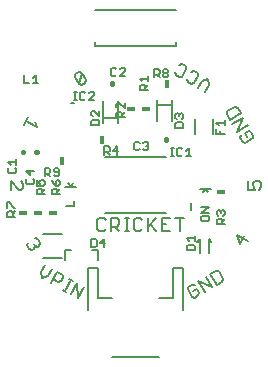
<source format=gto>
G75*
%MOIN*%
%OFA0B0*%
%FSLAX24Y24*%
%IPPOS*%
%LPD*%
%AMOC8*
5,1,8,0,0,1.08239X$1,22.5*
%
%ADD10C,0.0080*%
%ADD11C,0.0060*%
%ADD12R,0.0100X0.0250*%
%ADD13C,0.0050*%
%ADD14R,0.0160X0.0280*%
%ADD15R,0.0280X0.0160*%
%ADD16C,0.0160*%
D10*
X003051Y003045D02*
X003242Y003096D01*
X003383Y003339D01*
X003539Y003248D02*
X003721Y003143D01*
X003746Y003048D01*
X003676Y002926D01*
X003580Y002901D01*
X003398Y003006D01*
X003328Y002884D02*
X003539Y003248D01*
X003140Y003479D02*
X003000Y003236D01*
X003051Y003045D01*
X003060Y003719D02*
X003690Y003719D01*
X003937Y003018D02*
X004059Y002948D01*
X003998Y002983D02*
X003788Y002619D01*
X003848Y002584D02*
X003727Y002654D01*
X003993Y002501D02*
X004203Y002865D01*
X004236Y002361D01*
X004446Y002725D01*
X004890Y002375D02*
X004890Y003359D01*
X004575Y003359D01*
X004575Y001981D01*
X004890Y002375D02*
X005363Y002375D01*
X006937Y002375D02*
X007410Y002375D01*
X007410Y003359D01*
X007725Y003359D01*
X007725Y001981D01*
X008030Y002415D02*
X008125Y002390D01*
X008247Y002460D01*
X008272Y002555D01*
X008202Y002677D01*
X008081Y002607D01*
X007889Y002658D02*
X008030Y002415D01*
X007889Y002658D02*
X007915Y002754D01*
X008036Y002824D01*
X008132Y002798D01*
X008253Y002949D02*
X008706Y002725D01*
X008496Y003089D01*
X008652Y003179D02*
X008834Y003284D01*
X008930Y003259D01*
X009070Y003016D01*
X009044Y002920D01*
X008862Y002815D01*
X008652Y003179D01*
X008253Y002949D02*
X008463Y002585D01*
X009628Y004185D02*
X009768Y004427D01*
X009551Y004472D02*
X009628Y004185D01*
X009915Y004262D02*
X009551Y004472D01*
X008567Y005895D02*
X008475Y006017D01*
X008294Y006017D01*
X008389Y005895D02*
X008465Y006011D01*
X008475Y006017D02*
X008656Y006017D01*
X007767Y005035D02*
X007486Y005035D01*
X007306Y005035D02*
X007026Y005035D01*
X007026Y004615D01*
X007306Y004615D01*
X007166Y004825D02*
X007026Y004825D01*
X006846Y004615D02*
X006636Y004825D01*
X006566Y004755D02*
X006846Y005035D01*
X006566Y005035D02*
X006566Y004615D01*
X006385Y004685D02*
X006315Y004615D01*
X006175Y004615D01*
X006105Y004685D01*
X006105Y004965D01*
X006175Y005035D01*
X006315Y005035D01*
X006385Y004965D01*
X005938Y005035D02*
X005798Y005035D01*
X005868Y005035D02*
X005868Y004615D01*
X005798Y004615D02*
X005938Y004615D01*
X005618Y004615D02*
X005478Y004755D01*
X005548Y004755D02*
X005618Y004825D01*
X005618Y004965D01*
X005548Y005035D01*
X005338Y005035D01*
X005338Y004615D01*
X005338Y004755D02*
X005548Y004755D01*
X005158Y004685D02*
X005088Y004615D01*
X004948Y004615D01*
X004878Y004685D01*
X004878Y004965D01*
X004948Y005035D01*
X005088Y005035D01*
X005158Y004965D01*
X004181Y006083D02*
X004000Y006083D01*
X003908Y006205D01*
X003819Y006083D02*
X004000Y006083D01*
X004010Y006089D02*
X004086Y006205D01*
X002410Y006190D02*
X002410Y006050D01*
X002340Y005980D01*
X002270Y005980D01*
X001990Y006260D01*
X001990Y005980D01*
X002340Y006260D02*
X002410Y006190D01*
X003060Y004506D02*
X003690Y004506D01*
X002974Y004214D02*
X002948Y004118D01*
X002887Y004083D01*
X002792Y004108D01*
X002766Y004013D01*
X002705Y003978D01*
X002610Y004003D01*
X002540Y004125D01*
X002565Y004220D01*
X002757Y004169D02*
X002792Y004108D01*
X002974Y004214D02*
X002904Y004335D01*
X002808Y004361D01*
X002859Y008064D02*
X002495Y008274D01*
X002565Y008395D02*
X002425Y008153D01*
X002807Y008255D02*
X002859Y008064D01*
X004268Y009502D02*
X004370Y009885D01*
X004275Y009910D01*
X004153Y009840D01*
X004128Y009745D01*
X004268Y009502D01*
X004364Y009476D01*
X004485Y009546D01*
X004511Y009642D01*
X004370Y009885D01*
X004811Y010778D02*
X007489Y010778D01*
X007489Y010908D01*
X007703Y010163D02*
X007608Y010138D01*
X007703Y010163D02*
X007825Y010093D01*
X007850Y009998D01*
X007710Y009755D01*
X007615Y009729D01*
X007493Y009799D01*
X007468Y009895D01*
X007866Y009665D02*
X007892Y009569D01*
X008013Y009499D01*
X008109Y009525D01*
X008249Y009767D01*
X008223Y009863D01*
X008102Y009933D01*
X008006Y009908D01*
X008370Y009617D02*
X008230Y009374D01*
X008370Y009617D02*
X008562Y009668D01*
X008613Y009477D01*
X008473Y009234D01*
X009216Y008592D02*
X009191Y008496D01*
X009296Y008314D01*
X009660Y008525D01*
X009555Y008707D01*
X009459Y008732D01*
X009216Y008592D01*
X009386Y008158D02*
X009750Y008369D01*
X009526Y007916D01*
X009890Y008126D01*
X009920Y007935D02*
X009798Y007865D01*
X009868Y007743D01*
X009817Y007552D02*
X009721Y007578D01*
X009651Y007699D01*
X009677Y007795D01*
X009920Y007935D02*
X010015Y007909D01*
X010085Y007788D01*
X010060Y007692D01*
X009817Y007552D01*
X008725Y007850D02*
X008725Y008350D01*
X008125Y008350D02*
X008125Y007850D01*
X007381Y008271D02*
X007381Y008822D01*
X006869Y008822D01*
X006869Y008271D01*
X006869Y008822D02*
X006869Y008979D01*
X007381Y008979D02*
X007381Y008822D01*
X005581Y008929D02*
X005581Y008378D01*
X005069Y008378D01*
X005069Y008929D01*
X005069Y008378D02*
X005069Y008221D01*
X005581Y008221D02*
X005581Y008378D01*
X004811Y010778D02*
X004811Y010908D01*
X004811Y011971D02*
X007489Y011971D01*
X009915Y006270D02*
X009915Y005990D01*
X010125Y005990D01*
X010055Y006130D01*
X010055Y006200D01*
X010125Y006270D01*
X010265Y006270D01*
X010335Y006200D01*
X010335Y006060D01*
X010265Y005990D01*
X007627Y005035D02*
X007627Y004615D01*
X006937Y000406D02*
X005363Y000406D01*
D11*
X004910Y003640D02*
X004910Y003960D01*
X004690Y003960D01*
X004010Y003960D02*
X003790Y003960D01*
X003790Y003640D01*
X005150Y005220D02*
X007160Y005220D01*
X007160Y007080D02*
X005150Y007080D01*
D12*
X008000Y005400D03*
D13*
X008330Y005400D02*
X008600Y005400D01*
X008330Y005220D01*
X008600Y005220D01*
X008555Y005105D02*
X008375Y005105D01*
X008330Y005060D01*
X008330Y004970D01*
X008375Y004925D01*
X008555Y004925D01*
X008600Y004970D01*
X008600Y005060D01*
X008555Y005105D01*
X008855Y005165D02*
X008855Y005255D01*
X008900Y005300D01*
X008945Y005300D01*
X008990Y005255D01*
X009035Y005300D01*
X009080Y005300D01*
X009125Y005255D01*
X009125Y005165D01*
X009080Y005120D01*
X009125Y005005D02*
X009035Y004915D01*
X009035Y004960D02*
X009035Y004825D01*
X009125Y004825D02*
X008855Y004825D01*
X008855Y004960D01*
X008900Y005005D01*
X008990Y005005D01*
X009035Y004960D01*
X008900Y005120D02*
X008855Y005165D01*
X008990Y005210D02*
X008990Y005255D01*
X008607Y004336D02*
X008686Y004257D01*
X008607Y004257D01*
X008607Y004336D01*
X008607Y004257D02*
X008607Y003864D01*
X008293Y003864D02*
X008293Y004257D01*
X008214Y004257D01*
X008293Y004336D01*
X008293Y004257D01*
X008125Y004270D02*
X008125Y004450D01*
X008125Y004360D02*
X007855Y004360D01*
X007945Y004270D01*
X007900Y004155D02*
X007855Y004110D01*
X007855Y003975D01*
X008125Y003975D01*
X008125Y004110D01*
X008080Y004155D01*
X007900Y004155D01*
X005150Y004210D02*
X004970Y004210D01*
X005105Y004345D01*
X005105Y004075D01*
X004855Y004120D02*
X004855Y004300D01*
X004810Y004345D01*
X004675Y004345D01*
X004675Y004075D01*
X004810Y004075D01*
X004855Y004120D01*
X004095Y005430D02*
X003825Y005430D01*
X004095Y005430D02*
X004095Y005611D01*
X003625Y005825D02*
X003355Y005825D01*
X003355Y005960D01*
X003400Y006005D01*
X003490Y006005D01*
X003535Y005960D01*
X003535Y005825D01*
X003535Y005915D02*
X003625Y006005D01*
X003580Y006120D02*
X003490Y006120D01*
X003490Y006255D01*
X003535Y006300D01*
X003580Y006300D01*
X003625Y006255D01*
X003625Y006165D01*
X003580Y006120D01*
X003490Y006120D02*
X003400Y006210D01*
X003355Y006300D01*
X003305Y006425D02*
X003215Y006515D01*
X003260Y006515D02*
X003125Y006515D01*
X003125Y006425D02*
X003125Y006695D01*
X003260Y006695D01*
X003305Y006650D01*
X003305Y006560D01*
X003260Y006515D01*
X003420Y006470D02*
X003465Y006425D01*
X003555Y006425D01*
X003600Y006470D01*
X003600Y006650D01*
X003555Y006695D01*
X003465Y006695D01*
X003420Y006650D01*
X003420Y006605D01*
X003465Y006560D01*
X003600Y006560D01*
X003125Y006255D02*
X003125Y006165D01*
X003080Y006120D01*
X002990Y006120D02*
X002945Y006210D01*
X002945Y006255D01*
X002990Y006300D01*
X003080Y006300D01*
X003125Y006255D01*
X002990Y006120D02*
X002855Y006120D01*
X002855Y006300D01*
X002775Y006310D02*
X002730Y006355D01*
X002775Y006310D02*
X002775Y006220D01*
X002730Y006175D01*
X002550Y006175D01*
X002505Y006220D01*
X002505Y006310D01*
X002550Y006355D01*
X002640Y006470D02*
X002640Y006650D01*
X002775Y006605D02*
X002505Y006605D01*
X002640Y006470D01*
X002175Y006570D02*
X002130Y006525D01*
X001950Y006525D01*
X001905Y006570D01*
X001905Y006660D01*
X001950Y006705D01*
X001995Y006820D02*
X001905Y006910D01*
X002175Y006910D01*
X002175Y006820D02*
X002175Y007000D01*
X002130Y006705D02*
X002175Y006660D01*
X002175Y006570D01*
X002855Y005960D02*
X002855Y005825D01*
X003125Y005825D01*
X003035Y005825D02*
X003035Y005960D01*
X002990Y006005D01*
X002900Y006005D01*
X002855Y005960D01*
X003035Y005915D02*
X003125Y006005D01*
X002145Y005380D02*
X002100Y005380D01*
X001920Y005561D01*
X001875Y005561D01*
X001875Y005380D01*
X001920Y005266D02*
X002010Y005266D01*
X002055Y005221D01*
X002055Y005086D01*
X002055Y005176D02*
X002145Y005266D01*
X002145Y005086D02*
X001875Y005086D01*
X001875Y005221D01*
X001920Y005266D01*
X004675Y008136D02*
X004675Y008271D01*
X004720Y008316D01*
X004900Y008316D01*
X004945Y008271D01*
X004945Y008136D01*
X004675Y008136D01*
X004720Y008430D02*
X004675Y008475D01*
X004675Y008565D01*
X004720Y008611D01*
X004765Y008611D01*
X004945Y008430D01*
X004945Y008611D01*
X004773Y008975D02*
X004593Y008975D01*
X004773Y009155D01*
X004773Y009200D01*
X004728Y009245D01*
X004638Y009245D01*
X004593Y009200D01*
X004478Y009200D02*
X004433Y009245D01*
X004343Y009245D01*
X004298Y009200D01*
X004298Y009020D01*
X004343Y008975D01*
X004433Y008975D01*
X004478Y009020D01*
X004192Y008975D02*
X004102Y008975D01*
X004147Y008975D02*
X004147Y009245D01*
X004102Y009245D02*
X004192Y009245D01*
X004110Y008867D02*
X003990Y008867D01*
X002911Y009530D02*
X002730Y009530D01*
X002820Y009530D02*
X002820Y009800D01*
X002730Y009710D01*
X002616Y009530D02*
X002436Y009530D01*
X002436Y009800D01*
X005111Y007425D02*
X005111Y007155D01*
X005111Y007245D02*
X005246Y007245D01*
X005291Y007290D01*
X005291Y007380D01*
X005246Y007425D01*
X005111Y007425D01*
X005201Y007245D02*
X005291Y007155D01*
X005405Y007290D02*
X005586Y007290D01*
X005540Y007155D02*
X005540Y007425D01*
X005405Y007290D01*
X006111Y007350D02*
X006156Y007305D01*
X006246Y007305D01*
X006291Y007350D01*
X006405Y007350D02*
X006450Y007305D01*
X006540Y007305D01*
X006586Y007350D01*
X006586Y007395D01*
X006540Y007440D01*
X006495Y007440D01*
X006540Y007440D02*
X006586Y007485D01*
X006586Y007530D01*
X006540Y007575D01*
X006450Y007575D01*
X006405Y007530D01*
X006291Y007530D02*
X006246Y007575D01*
X006156Y007575D01*
X006111Y007530D01*
X006111Y007350D01*
X005788Y008400D02*
X005517Y008400D01*
X005517Y008535D01*
X005562Y008580D01*
X005652Y008580D01*
X005697Y008535D01*
X005697Y008400D01*
X005697Y008490D02*
X005788Y008580D01*
X005788Y008695D02*
X005607Y008875D01*
X005562Y008875D01*
X005517Y008830D01*
X005517Y008740D01*
X005562Y008695D01*
X005788Y008695D02*
X005788Y008875D01*
X006292Y009300D02*
X006292Y009435D01*
X006337Y009480D01*
X006427Y009480D01*
X006472Y009435D01*
X006472Y009300D01*
X006472Y009390D02*
X006563Y009480D01*
X006563Y009595D02*
X006563Y009775D01*
X006563Y009685D02*
X006292Y009685D01*
X006382Y009595D01*
X006292Y009300D02*
X006563Y009300D01*
X006775Y009725D02*
X006775Y009995D01*
X006910Y009995D01*
X006955Y009950D01*
X006955Y009860D01*
X006910Y009815D01*
X006775Y009815D01*
X006865Y009815D02*
X006955Y009725D01*
X007070Y009770D02*
X007070Y009815D01*
X007115Y009860D01*
X007205Y009860D01*
X007250Y009815D01*
X007250Y009770D01*
X007205Y009725D01*
X007115Y009725D01*
X007070Y009770D01*
X007115Y009860D02*
X007070Y009905D01*
X007070Y009950D01*
X007115Y009995D01*
X007205Y009995D01*
X007250Y009950D01*
X007250Y009905D01*
X007205Y009860D01*
X007525Y008525D02*
X007480Y008480D01*
X007480Y008390D01*
X007525Y008345D01*
X007525Y008230D02*
X007480Y008185D01*
X007480Y008050D01*
X007750Y008050D01*
X007750Y008185D01*
X007705Y008230D01*
X007525Y008230D01*
X007705Y008345D02*
X007750Y008390D01*
X007750Y008480D01*
X007705Y008525D01*
X007660Y008525D01*
X007615Y008480D01*
X007615Y008435D01*
X007615Y008480D02*
X007570Y008525D01*
X007525Y008525D01*
X007581Y007375D02*
X007536Y007330D01*
X007536Y007150D01*
X007581Y007105D01*
X007671Y007105D01*
X007716Y007150D01*
X007830Y007105D02*
X008011Y007105D01*
X007920Y007105D02*
X007920Y007375D01*
X007830Y007285D01*
X007716Y007330D02*
X007671Y007375D01*
X007581Y007375D01*
X007429Y007375D02*
X007339Y007375D01*
X007384Y007375D02*
X007384Y007105D01*
X007339Y007105D02*
X007429Y007105D01*
X008850Y007836D02*
X008850Y008016D01*
X008940Y008130D02*
X008850Y008220D01*
X009120Y008220D01*
X009120Y008130D02*
X009120Y008311D01*
X008985Y007926D02*
X008985Y007836D01*
X009120Y007836D02*
X008850Y007836D01*
X005800Y009775D02*
X005620Y009775D01*
X005800Y009955D01*
X005800Y010000D01*
X005755Y010045D01*
X005665Y010045D01*
X005620Y010000D01*
X005505Y010000D02*
X005460Y010045D01*
X005370Y010045D01*
X005325Y010000D01*
X005325Y009820D01*
X005370Y009775D01*
X005460Y009775D01*
X005505Y009820D01*
D14*
X007200Y009500D03*
X005025Y007650D03*
X003700Y006950D03*
D15*
X003400Y005200D03*
X002900Y005200D03*
X002400Y005200D03*
X006013Y008675D03*
X006488Y008675D03*
X009000Y005900D03*
D16*
X007175Y007638D02*
X007175Y007662D01*
X005375Y009513D02*
X005375Y009537D01*
X002862Y007250D02*
X002838Y007250D01*
X002412Y007250D02*
X002388Y007250D01*
M02*

</source>
